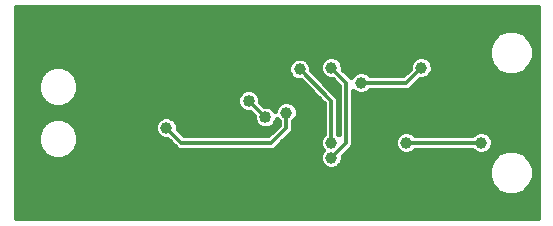
<source format=gbl>
G75*
%MOIN*%
%OFA0B0*%
%FSLAX25Y25*%
%IPPOS*%
%LPD*%
%AMOC8*
5,1,8,0,0,1.08239X$1,22.5*
%
%ADD10C,0.01600*%
%ADD11C,0.03962*%
%ADD12C,0.01200*%
%ADD13C,0.04000*%
D10*
X0009160Y0006600D02*
X0009160Y0076961D01*
X0183261Y0076961D01*
X0183261Y0006600D01*
X0009160Y0006600D01*
X0009160Y0008194D02*
X0183261Y0008194D01*
X0183261Y0009793D02*
X0009160Y0009793D01*
X0009160Y0011391D02*
X0183261Y0011391D01*
X0183261Y0012990D02*
X0009160Y0012990D01*
X0009160Y0014588D02*
X0172027Y0014588D01*
X0172857Y0014244D02*
X0175863Y0014244D01*
X0178640Y0015394D01*
X0180766Y0017520D01*
X0181916Y0020297D01*
X0181916Y0023303D01*
X0180766Y0026080D01*
X0178640Y0028206D01*
X0175863Y0029356D01*
X0172857Y0029356D01*
X0170080Y0028206D01*
X0167955Y0026080D01*
X0166804Y0023303D01*
X0166804Y0020297D01*
X0167955Y0017520D01*
X0170080Y0015394D01*
X0172857Y0014244D01*
X0176694Y0014588D02*
X0183261Y0014588D01*
X0183261Y0016187D02*
X0179432Y0016187D01*
X0180876Y0017785D02*
X0183261Y0017785D01*
X0183261Y0019384D02*
X0181538Y0019384D01*
X0181916Y0020982D02*
X0183261Y0020982D01*
X0183261Y0022581D02*
X0181916Y0022581D01*
X0181553Y0024179D02*
X0183261Y0024179D01*
X0183261Y0025778D02*
X0180891Y0025778D01*
X0179470Y0027376D02*
X0183261Y0027376D01*
X0183261Y0028975D02*
X0176784Y0028975D01*
X0171937Y0028975D02*
X0166882Y0028975D01*
X0166502Y0028595D02*
X0167566Y0029658D01*
X0168141Y0031048D01*
X0168141Y0032552D01*
X0167566Y0033942D01*
X0166502Y0035005D01*
X0165112Y0035581D01*
X0163608Y0035581D01*
X0162218Y0035005D01*
X0161413Y0034200D01*
X0142308Y0034200D01*
X0141502Y0035005D01*
X0140112Y0035581D01*
X0138608Y0035581D01*
X0137218Y0035005D01*
X0136155Y0033942D01*
X0135579Y0032552D01*
X0135579Y0031048D01*
X0136155Y0029658D01*
X0137218Y0028595D01*
X0138608Y0028019D01*
X0140112Y0028019D01*
X0141502Y0028595D01*
X0142308Y0029400D01*
X0161413Y0029400D01*
X0162218Y0028595D01*
X0163608Y0028019D01*
X0165112Y0028019D01*
X0166502Y0028595D01*
X0167945Y0030573D02*
X0183261Y0030573D01*
X0183261Y0032172D02*
X0168141Y0032172D01*
X0167637Y0033770D02*
X0183261Y0033770D01*
X0183261Y0035369D02*
X0165625Y0035369D01*
X0163095Y0035369D02*
X0140625Y0035369D01*
X0138095Y0035369D02*
X0121760Y0035369D01*
X0121760Y0036967D02*
X0183261Y0036967D01*
X0183261Y0038566D02*
X0121760Y0038566D01*
X0121760Y0040164D02*
X0183261Y0040164D01*
X0183261Y0041763D02*
X0121760Y0041763D01*
X0121760Y0043361D02*
X0183261Y0043361D01*
X0183261Y0044960D02*
X0121760Y0044960D01*
X0121760Y0046558D02*
X0183261Y0046558D01*
X0183261Y0048157D02*
X0125445Y0048157D01*
X0125112Y0048019D02*
X0126502Y0048595D01*
X0127308Y0049400D01*
X0139838Y0049400D01*
X0140720Y0049765D01*
X0143973Y0053019D01*
X0145112Y0053019D01*
X0146502Y0053595D01*
X0147566Y0054658D01*
X0148141Y0056048D01*
X0148141Y0057552D01*
X0147566Y0058942D01*
X0146502Y0060005D01*
X0145112Y0060581D01*
X0143608Y0060581D01*
X0142218Y0060005D01*
X0141155Y0058942D01*
X0140579Y0057552D01*
X0140579Y0056413D01*
X0138366Y0054200D01*
X0127308Y0054200D01*
X0126502Y0055005D01*
X0125112Y0055581D01*
X0123608Y0055581D01*
X0122218Y0055005D01*
X0121155Y0053942D01*
X0120996Y0053558D01*
X0120720Y0053835D01*
X0118141Y0056413D01*
X0118141Y0057552D01*
X0117566Y0058942D01*
X0116502Y0060005D01*
X0115112Y0060581D01*
X0113608Y0060581D01*
X0112218Y0060005D01*
X0111155Y0058942D01*
X0110579Y0057552D01*
X0110579Y0056048D01*
X0111155Y0054658D01*
X0112218Y0053595D01*
X0113608Y0053019D01*
X0114747Y0053019D01*
X0116960Y0050806D01*
X0116960Y0034547D01*
X0116760Y0034747D01*
X0116760Y0046277D01*
X0116395Y0047159D01*
X0107641Y0055913D01*
X0107641Y0057052D01*
X0107066Y0058442D01*
X0106002Y0059505D01*
X0104612Y0060081D01*
X0103108Y0060081D01*
X0101718Y0059505D01*
X0100655Y0058442D01*
X0100079Y0057052D01*
X0100079Y0055548D01*
X0100655Y0054158D01*
X0101718Y0053095D01*
X0103108Y0052519D01*
X0104247Y0052519D01*
X0111960Y0044806D01*
X0111960Y0034747D01*
X0111155Y0033942D01*
X0110579Y0032552D01*
X0110579Y0031048D01*
X0111155Y0029658D01*
X0111513Y0029300D01*
X0111155Y0028942D01*
X0110579Y0027552D01*
X0110579Y0026048D01*
X0111155Y0024658D01*
X0112218Y0023595D01*
X0113608Y0023019D01*
X0115112Y0023019D01*
X0116502Y0023595D01*
X0117566Y0024658D01*
X0118141Y0026048D01*
X0118141Y0027187D01*
X0121395Y0030441D01*
X0121760Y0031323D01*
X0121760Y0049053D01*
X0122218Y0048595D01*
X0123608Y0048019D01*
X0125112Y0048019D01*
X0123275Y0048157D02*
X0121760Y0048157D01*
X0116960Y0048157D02*
X0115398Y0048157D01*
X0116644Y0046558D02*
X0116960Y0046558D01*
X0116960Y0044960D02*
X0116760Y0044960D01*
X0116760Y0043361D02*
X0116960Y0043361D01*
X0116960Y0041763D02*
X0116760Y0041763D01*
X0116760Y0040164D02*
X0116960Y0040164D01*
X0116960Y0038566D02*
X0116760Y0038566D01*
X0116760Y0036967D02*
X0116960Y0036967D01*
X0116960Y0035369D02*
X0116760Y0035369D01*
X0121760Y0033770D02*
X0136084Y0033770D01*
X0135579Y0032172D02*
X0121760Y0032172D01*
X0121450Y0030573D02*
X0135776Y0030573D01*
X0136838Y0028975D02*
X0119929Y0028975D01*
X0118331Y0027376D02*
X0169251Y0027376D01*
X0167829Y0025778D02*
X0118029Y0025778D01*
X0117087Y0024179D02*
X0167167Y0024179D01*
X0166804Y0022581D02*
X0009160Y0022581D01*
X0009160Y0024179D02*
X0111634Y0024179D01*
X0110691Y0025778D02*
X0009160Y0025778D01*
X0009160Y0027376D02*
X0019522Y0027376D01*
X0019463Y0027401D02*
X0021951Y0026370D01*
X0024644Y0026370D01*
X0027131Y0027401D01*
X0029035Y0029305D01*
X0030066Y0031792D01*
X0030066Y0034485D01*
X0029035Y0036973D01*
X0027131Y0038877D01*
X0024644Y0039907D01*
X0021951Y0039907D01*
X0019463Y0038877D01*
X0017559Y0036973D01*
X0016529Y0034485D01*
X0016529Y0031792D01*
X0017559Y0029305D01*
X0019463Y0027401D01*
X0017889Y0028975D02*
X0009160Y0028975D01*
X0009160Y0030573D02*
X0017034Y0030573D01*
X0016529Y0032172D02*
X0009160Y0032172D01*
X0009160Y0033770D02*
X0016529Y0033770D01*
X0016895Y0035369D02*
X0009160Y0035369D01*
X0009160Y0036967D02*
X0017557Y0036967D01*
X0019152Y0038566D02*
X0009160Y0038566D01*
X0009160Y0040164D02*
X0057602Y0040164D01*
X0057218Y0040005D02*
X0058608Y0040581D01*
X0060112Y0040581D01*
X0061502Y0040005D01*
X0062566Y0038942D01*
X0063141Y0037552D01*
X0063141Y0036413D01*
X0065354Y0034200D01*
X0093366Y0034200D01*
X0096960Y0037794D01*
X0096960Y0038853D01*
X0096160Y0039653D01*
X0096160Y0039544D01*
X0095582Y0038147D01*
X0094513Y0037079D01*
X0093116Y0036500D01*
X0091604Y0036500D01*
X0090208Y0037079D01*
X0089139Y0038147D01*
X0088560Y0039544D01*
X0088560Y0040706D01*
X0087266Y0042000D01*
X0086104Y0042000D01*
X0084708Y0042579D01*
X0083639Y0043647D01*
X0083060Y0045044D01*
X0083060Y0046556D01*
X0083639Y0047953D01*
X0084708Y0049021D01*
X0086104Y0049600D01*
X0087616Y0049600D01*
X0089013Y0049021D01*
X0090082Y0047953D01*
X0090660Y0046556D01*
X0090660Y0045394D01*
X0091954Y0044100D01*
X0093116Y0044100D01*
X0094513Y0043521D01*
X0095579Y0042455D01*
X0095579Y0042552D01*
X0096155Y0043942D01*
X0097218Y0045005D01*
X0098608Y0045581D01*
X0100112Y0045581D01*
X0101502Y0045005D01*
X0102566Y0043942D01*
X0103141Y0042552D01*
X0103141Y0041048D01*
X0102566Y0039658D01*
X0101760Y0038853D01*
X0101760Y0036323D01*
X0101395Y0035441D01*
X0096395Y0030441D01*
X0095720Y0029765D01*
X0094838Y0029400D01*
X0063883Y0029400D01*
X0063001Y0029765D01*
X0059747Y0033019D01*
X0058608Y0033019D01*
X0057218Y0033595D01*
X0056155Y0034658D01*
X0055579Y0036048D01*
X0055579Y0037552D01*
X0056155Y0038942D01*
X0057218Y0040005D01*
X0055999Y0038566D02*
X0027442Y0038566D01*
X0029038Y0036967D02*
X0055579Y0036967D01*
X0055860Y0035369D02*
X0029700Y0035369D01*
X0030066Y0033770D02*
X0057043Y0033770D01*
X0060594Y0032172D02*
X0030066Y0032172D01*
X0029561Y0030573D02*
X0062193Y0030573D01*
X0064186Y0035369D02*
X0094535Y0035369D01*
X0094244Y0036967D02*
X0096133Y0036967D01*
X0095755Y0038566D02*
X0096960Y0038566D01*
X0101760Y0038566D02*
X0111960Y0038566D01*
X0111960Y0040164D02*
X0102775Y0040164D01*
X0103141Y0041763D02*
X0111960Y0041763D01*
X0111960Y0043361D02*
X0102806Y0043361D01*
X0101548Y0044960D02*
X0111806Y0044960D01*
X0110208Y0046558D02*
X0090659Y0046558D01*
X0091095Y0044960D02*
X0097173Y0044960D01*
X0095914Y0043361D02*
X0094673Y0043361D01*
X0088560Y0040164D02*
X0061119Y0040164D01*
X0062721Y0038566D02*
X0088965Y0038566D01*
X0090476Y0036967D02*
X0063141Y0036967D01*
X0083095Y0044960D02*
X0027368Y0044960D01*
X0027131Y0044723D02*
X0029035Y0046627D01*
X0030066Y0049115D01*
X0030066Y0051808D01*
X0029035Y0054295D01*
X0027131Y0056199D01*
X0024644Y0057230D01*
X0021951Y0057230D01*
X0019463Y0056199D01*
X0017559Y0054295D01*
X0016529Y0051808D01*
X0016529Y0049115D01*
X0017559Y0046627D01*
X0019463Y0044723D01*
X0021951Y0043693D01*
X0024644Y0043693D01*
X0027131Y0044723D01*
X0028966Y0046558D02*
X0083061Y0046558D01*
X0083843Y0048157D02*
X0029669Y0048157D01*
X0030066Y0049755D02*
X0107011Y0049755D01*
X0108609Y0048157D02*
X0089877Y0048157D01*
X0083925Y0043361D02*
X0009160Y0043361D01*
X0009160Y0041763D02*
X0087503Y0041763D01*
X0101760Y0036967D02*
X0111960Y0036967D01*
X0111960Y0035369D02*
X0101323Y0035369D01*
X0099725Y0033770D02*
X0111084Y0033770D01*
X0110579Y0032172D02*
X0098126Y0032172D01*
X0096528Y0030573D02*
X0110776Y0030573D01*
X0111188Y0028975D02*
X0028705Y0028975D01*
X0027073Y0027376D02*
X0110579Y0027376D01*
X0141882Y0028975D02*
X0161838Y0028975D01*
X0166804Y0020982D02*
X0009160Y0020982D01*
X0009160Y0019384D02*
X0167183Y0019384D01*
X0167845Y0017785D02*
X0009160Y0017785D01*
X0009160Y0016187D02*
X0169288Y0016187D01*
X0183261Y0049755D02*
X0140695Y0049755D01*
X0142308Y0051354D02*
X0183261Y0051354D01*
X0183261Y0052952D02*
X0143907Y0052952D01*
X0147458Y0054551D02*
X0172117Y0054551D01*
X0172857Y0054244D02*
X0170080Y0055394D01*
X0167955Y0057520D01*
X0166804Y0060297D01*
X0166804Y0063303D01*
X0167955Y0066080D01*
X0170080Y0068206D01*
X0172857Y0069356D01*
X0175863Y0069356D01*
X0178640Y0068206D01*
X0180766Y0066080D01*
X0181916Y0063303D01*
X0181916Y0060297D01*
X0180766Y0057520D01*
X0178640Y0055394D01*
X0175863Y0054244D01*
X0172857Y0054244D01*
X0176604Y0054551D02*
X0183261Y0054551D01*
X0183261Y0056149D02*
X0179395Y0056149D01*
X0180860Y0057748D02*
X0183261Y0057748D01*
X0183261Y0059346D02*
X0181522Y0059346D01*
X0181916Y0060945D02*
X0183261Y0060945D01*
X0183261Y0062543D02*
X0181916Y0062543D01*
X0181569Y0064142D02*
X0183261Y0064142D01*
X0183261Y0065740D02*
X0180906Y0065740D01*
X0179507Y0067339D02*
X0183261Y0067339D01*
X0183261Y0068937D02*
X0176873Y0068937D01*
X0171847Y0068937D02*
X0009160Y0068937D01*
X0009160Y0067339D02*
X0169214Y0067339D01*
X0167814Y0065740D02*
X0009160Y0065740D01*
X0009160Y0064142D02*
X0167152Y0064142D01*
X0166804Y0062543D02*
X0009160Y0062543D01*
X0009160Y0060945D02*
X0166804Y0060945D01*
X0167198Y0059346D02*
X0147161Y0059346D01*
X0148060Y0057748D02*
X0167860Y0057748D01*
X0169325Y0056149D02*
X0148141Y0056149D01*
X0141559Y0059346D02*
X0117161Y0059346D01*
X0118060Y0057748D02*
X0140660Y0057748D01*
X0140316Y0056149D02*
X0118405Y0056149D01*
X0120003Y0054551D02*
X0121764Y0054551D01*
X0126957Y0054551D02*
X0138717Y0054551D01*
X0116960Y0049755D02*
X0113799Y0049755D01*
X0112200Y0051354D02*
X0116412Y0051354D01*
X0114814Y0052952D02*
X0110602Y0052952D01*
X0111262Y0054551D02*
X0109003Y0054551D01*
X0107641Y0056149D02*
X0110579Y0056149D01*
X0110660Y0057748D02*
X0107353Y0057748D01*
X0106161Y0059346D02*
X0111559Y0059346D01*
X0101559Y0059346D02*
X0009160Y0059346D01*
X0009160Y0057748D02*
X0100367Y0057748D01*
X0100079Y0056149D02*
X0027181Y0056149D01*
X0028780Y0054551D02*
X0100492Y0054551D01*
X0102062Y0052952D02*
X0029592Y0052952D01*
X0030066Y0051354D02*
X0105412Y0051354D01*
X0183261Y0070536D02*
X0009160Y0070536D01*
X0009160Y0072134D02*
X0183261Y0072134D01*
X0183261Y0073733D02*
X0009160Y0073733D01*
X0009160Y0075332D02*
X0183261Y0075332D01*
X0183261Y0076930D02*
X0009160Y0076930D01*
X0009160Y0056149D02*
X0019413Y0056149D01*
X0017815Y0054551D02*
X0009160Y0054551D01*
X0009160Y0052952D02*
X0017003Y0052952D01*
X0016529Y0051354D02*
X0009160Y0051354D01*
X0009160Y0049755D02*
X0016529Y0049755D01*
X0016926Y0048157D02*
X0009160Y0048157D01*
X0009160Y0046558D02*
X0017628Y0046558D01*
X0019227Y0044960D02*
X0009160Y0044960D01*
D11*
X0059360Y0036800D03*
X0099360Y0041800D03*
X0114360Y0031800D03*
X0124360Y0031800D03*
X0114360Y0026800D03*
X0139360Y0031800D03*
X0164360Y0031800D03*
X0124360Y0051800D03*
X0114360Y0056800D03*
X0103860Y0056300D03*
X0094360Y0056800D03*
X0144360Y0056800D03*
X0144360Y0071800D03*
X0019360Y0071320D03*
X0019360Y0011800D03*
X0079360Y0011800D03*
X0144360Y0011800D03*
D12*
X0119360Y0031800D02*
X0114360Y0026800D01*
X0114360Y0031800D02*
X0114360Y0045800D01*
X0103860Y0056300D01*
X0114360Y0056800D02*
X0119360Y0051800D01*
X0119360Y0031800D01*
X0139360Y0031800D02*
X0164360Y0031800D01*
X0139360Y0051800D02*
X0124360Y0051800D01*
X0139360Y0051800D02*
X0144360Y0056800D01*
X0099360Y0041800D02*
X0099360Y0036800D01*
X0094360Y0031800D01*
X0064360Y0031800D01*
X0059360Y0036800D01*
X0086860Y0045800D02*
X0092360Y0040300D01*
D13*
X0092360Y0040300D03*
X0086860Y0045800D03*
M02*

</source>
